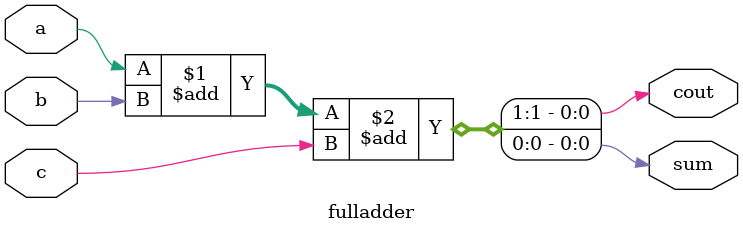
<source format=v>
module fulladder(a,b,c,sum,cout);

    input a,b,c;
    output sum,cout;
  	assign {cout,sum} = a+b+c;
    

endmodule
</source>
